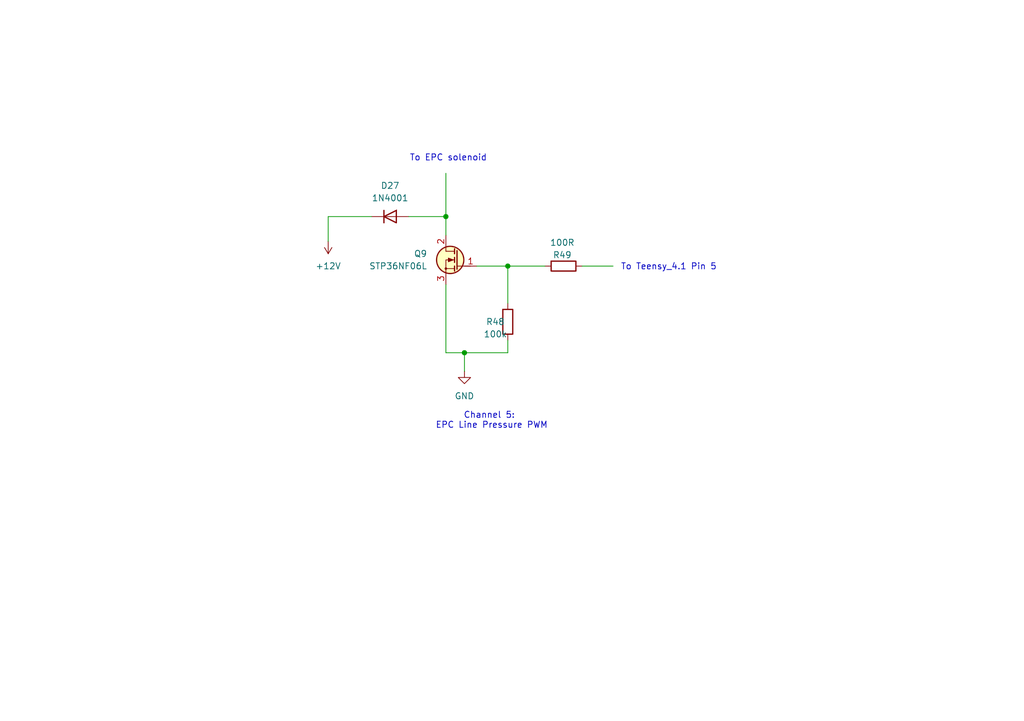
<source format=kicad_sch>
(kicad_sch (version 20250114) (generator "eeschema") (generator_version "9.0")
  (paper "A5")
  (title_block (title "EPC Driver"))
  (lib_symbols
    (symbol "Device:R" (pin_numbers (hide yes)) (pin_names (offset 0))
      (property "Reference" "R" (at 2.032 0 90))
      (property "Value" "R" (at 0 0 90))
      (symbol "R_0_1"
        (rectangle (start -1.016 -2.54) (end 1.016 2.54) (stroke (width 0.254)))
      )
      (symbol "R_1_1"
        (pin passive line (at 0 3.81 270) (length 1.27) (name "~") (number "1"))
        (pin passive line (at 0 -3.81 90) (length 1.27) (name "~") (number "2"))
      )
    )
    (symbol "Diode:1N4001" (pin_numbers (hide yes)) (pin_names (hide yes))
      (property "Reference" "D" (at 0 2.54 0))
      (property "Value" "1N4001" (at 0 -2.54 0))
      (symbol "1N4001_0_1"
        (polyline (pts (xy -1.27 1.27) (xy -1.27 -1.27)) (stroke (width 0.254)))
        (polyline (pts (xy 1.27 1.27) (xy 1.27 -1.27) (xy -1.27 0) (xy 1.27 1.27)) (stroke (width 0.254)))
        (polyline (pts (xy 1.27 0) (xy -1.27 0)))
      )
      (symbol "1N4001_1_1"
        (pin passive line (at -3.81 0 0) (length 2.54) (name "K") (number "1"))
        (pin passive line (at 3.81 0 180) (length 2.54) (name "A") (number "2"))
      )
    )
    (symbol "PCM_Transistor_MOSFET_AKL:STP36NF06L" (pin_names (hide yes))
      (property "Reference" "Q" (at 5.08 1.27 0))
      (property "Value" "STP36NF06L" (at 5.08 -1.27 0))
      (symbol "STP36NF06L_0_1"
        (polyline (pts (xy 0.254 1.905) (xy 0.254 -1.905)) (stroke (width 0.254)))
        (polyline (pts (xy 0.254 -1.27) (xy -2.54 -1.27)))
        (polyline (pts (xy 0.762 2.286) (xy 0.762 1.27)) (stroke (width 0.254)))
        (polyline (pts (xy 0.762 0.508) (xy 0.762 -0.508)) (stroke (width 0.254)))
        (polyline (pts (xy 0.762 -1.27) (xy 0.762 -2.286)) (stroke (width 0.254)))
        (polyline (pts (xy 0.762 -1.778) (xy 2.54 -1.778)))
        (polyline (pts (xy 1.016 0) (xy 2.032 0.381) (xy 2.032 -0.381) (xy 1.016 0)) (fill (type outline)))
        (circle (center 1.651 0) (radius 2.794) (stroke (width 0.254)) (fill (type background)))
        (polyline (pts (xy 2.54 2.54) (xy 2.54 1.778)))
        (polyline (pts (xy 2.54 1.778) (xy 0.762 1.778)))
        (circle (center 2.54 -1.778) (radius 0.1778) (fill (type outline)))
        (polyline (pts (xy 2.54 -2.54) (xy 2.54 0) (xy 0.762 0)))
      )
      (symbol "STP36NF06L_1_1"
        (pin input line (at -3.81 -1.27 0) (length 2.54) (name "G") (number "1"))
        (pin passive line (at 2.54 5.08 270) (length 2.54) (name "D") (number "2"))
        (pin passive line (at 2.54 -5.08 90) (length 2.54) (name "S") (number "3"))
      )
    )
    (symbol "power:+12V" (power) (pin_numbers (hide yes)) (pin_names (offset 0) (hide yes))
      (property "Value" "+12V" (at 0 3.556 0))
      (symbol "+12V_0_1"
        (polyline (pts (xy -0.762 1.27) (xy 0 2.54)))
        (polyline (pts (xy 0 2.54) (xy 0.762 1.27)))
        (polyline (pts (xy 0 0) (xy 0 2.54)))
      )
      (symbol "+12V_1_1"
        (pin power_in line (at 0 0 90) (length 0) (name "~") (number "1"))
      )
    )
    (symbol "power:GND" (power) (pin_numbers (hide yes)) (pin_names (offset 0) (hide yes))
      (property "Value" "GND" (at 0 -3.81 0))
      (symbol "GND_0_1"
        (polyline (pts (xy 0 0) (xy 0 -1.27) (xy 1.27 -1.27) (xy 0 -2.54) (xy -1.27 -1.27) (xy 0 -1.27)))
      )
      (symbol "GND_1_1"
        (pin power_in line (at 0 0 270) (length 0) (name "~") (number "1"))
      )
    )
  )
  (text "To Teensy_4.1 Pin 5" (at 137.16 54.864 0) (effects (font (size 1.27 1.27))))
  (text "To EPC solenoid" (at 91.948 32.512 0) (effects (font (size 1.27 1.27))))
  (text "Channel 5: \nEPC Line Pressure PWM" (at 100.838 86.36 0) (effects (font (size 1.27 1.27))))
  (junction (at 91.44 44.45))
  (junction (at 104.14 54.61))
  (junction (at 95.25 72.39))
  (wire (pts (xy 76.2 44.45) (xy 67.31 44.45)))
  (wire (pts (xy 95.25 72.39) (xy 91.44 72.39)))
  (wire (pts (xy 104.14 54.61) (xy 104.14 62.23)))
  (wire (pts (xy 91.44 58.42) (xy 91.44 72.39)))
  (wire (pts (xy 104.14 72.39) (xy 95.25 72.39)))
  (wire (pts (xy 111.76 54.61) (xy 104.14 54.61)))
  (wire (pts (xy 67.31 44.45) (xy 67.31 49.53)))
  (wire (pts (xy 104.14 69.85) (xy 104.14 72.39)))
  (wire (pts (xy 95.25 72.39) (xy 95.25 76.2)))
  (wire (pts (xy 91.44 35.56) (xy 91.44 44.45)))
  (wire (pts (xy 104.14 54.61) (xy 97.79 54.61)))
  (wire (pts (xy 119.38 54.61) (xy 125.73 54.61)))
  (wire (pts (xy 83.82 44.45) (xy 91.44 44.45)))
  (wire (pts (xy 91.44 44.45) (xy 91.44 48.26)))
  (symbol (lib_id "Device:R") (at 104.14 66.04 0) (mirror y) (unit 1)
    (property "Reference" "R48" (at 101.6 66.04 0))
    (property "Value" "100k" (at 101.6 68.58 0))
  )
  (symbol (lib_id "PCM_Transistor_MOSFET_AKL:STP36NF06L") (at 93.98 53.34 0) (mirror y) (unit 1)
    (property "Reference" "Q9" (at 87.63 52.0699 0) (effects (justify left)))
    (property "Value" "STP36NF06L" (at 87.63 54.6099 0) (effects (justify left)))
    (property "Footprint" "PCM_Package_TO_SOT_THT_AKL:TO-220-3_Vertical_GDS" (effects (hide yes)))
    (property "Datasheet" "https://www.tme.eu/Document/4bf7bb992bce9158e582006752d774e6/STP36NF06L.pdf" (effects (hide yes)))
    (property "Description" "TO-220 N-MOSFET enchancement mode transistor, 60V, 30A, 70W, Alternate KiCAD Library" (effects (hide yes)))
  )
  (symbol (lib_id "Diode:1N4001") (at 80.01 44.45 0) (unit 1)
    (property "Reference" "D27" (at 80.01 38.1 0))
    (property "Value" "1N4001" (at 80.01 40.64 0))
    (property "Footprint" "Diode_THT:D_DO-41_SOD81_P10.16mm_Horizontal" (effects (hide yes)))
    (property "Datasheet" "http://www.vishay.com/docs/88503/1n4001.pdf" (effects (hide yes)))
    (property "Description" "50V 1A General Purpose Rectifier Diode, DO-41" (effects (hide yes)))
    (property "Sim.Device" "D" (effects (hide yes)))
    (property "Sim.Pins" "1=K 2=A" (effects (hide yes)))
  )
  (symbol (lib_id "power:+12V") (at 67.31 49.53 0) (mirror x) (unit 1)
    (property "Reference" "#PWR076" (effects (hide yes)))
    (property "Value" "+12V" (at 67.31 54.61 0))
    (property "Description" "Power symbol creates a global label with name \"+12V\"" (effects (hide yes)))
  )
  (symbol (lib_id "Device:R") (at 115.57 54.61 270) (mirror x) (unit 1)
    (property "Reference" "R49" (at 115.316 52.324 90))
    (property "Value" "100R" (at 115.316 49.784 90))
  )
  (symbol (lib_id "power:GND") (at 95.25 76.2 0) (mirror y) (unit 1) (in_bom no)
    (property "Reference" "#PWR077" (effects (hide yes)))
    (property "Value" "GND" (at 95.25 81.28 0))
    (property "Description" "Power symbol creates a global label with name \"GND\" , ground" (effects (hide yes)))
  )
)
</source>
